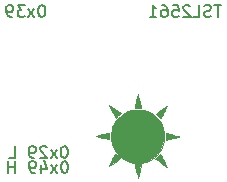
<source format=gbr>
G04 #@! TF.GenerationSoftware,KiCad,Pcbnew,(5.1.5)-3*
G04 #@! TF.CreationDate,2020-12-21T12:39:58+01:00*
G04 #@! TF.ProjectId,epimetheus_tsl2561,6570696d-6574-4686-9575-735f74736c32,rev?*
G04 #@! TF.SameCoordinates,Original*
G04 #@! TF.FileFunction,Legend,Bot*
G04 #@! TF.FilePolarity,Positive*
%FSLAX46Y46*%
G04 Gerber Fmt 4.6, Leading zero omitted, Abs format (unit mm)*
G04 Created by KiCad (PCBNEW (5.1.5)-3) date 2020-12-21 12:39:58*
%MOMM*%
%LPD*%
G04 APERTURE LIST*
%ADD10C,0.150000*%
%ADD11C,0.010000*%
G04 APERTURE END LIST*
D10*
X167409523Y-36790380D02*
X167314285Y-36790380D01*
X167219047Y-36838000D01*
X167171428Y-36885619D01*
X167123809Y-36980857D01*
X167076190Y-37171333D01*
X167076190Y-37409428D01*
X167123809Y-37599904D01*
X167171428Y-37695142D01*
X167219047Y-37742761D01*
X167314285Y-37790380D01*
X167409523Y-37790380D01*
X167504761Y-37742761D01*
X167552380Y-37695142D01*
X167600000Y-37599904D01*
X167647619Y-37409428D01*
X167647619Y-37171333D01*
X167600000Y-36980857D01*
X167552380Y-36885619D01*
X167504761Y-36838000D01*
X167409523Y-36790380D01*
X166742857Y-37790380D02*
X166219047Y-37123714D01*
X166742857Y-37123714D02*
X166219047Y-37790380D01*
X165409523Y-37123714D02*
X165409523Y-37790380D01*
X165647619Y-36742761D02*
X165885714Y-37457047D01*
X165266666Y-37457047D01*
X164838095Y-37790380D02*
X164647619Y-37790380D01*
X164552380Y-37742761D01*
X164504761Y-37695142D01*
X164409523Y-37552285D01*
X164361904Y-37361809D01*
X164361904Y-36980857D01*
X164409523Y-36885619D01*
X164457142Y-36838000D01*
X164552380Y-36790380D01*
X164742857Y-36790380D01*
X164838095Y-36838000D01*
X164885714Y-36885619D01*
X164933333Y-36980857D01*
X164933333Y-37218952D01*
X164885714Y-37314190D01*
X164838095Y-37361809D01*
X164742857Y-37409428D01*
X164552380Y-37409428D01*
X164457142Y-37361809D01*
X164409523Y-37314190D01*
X164361904Y-37218952D01*
X163171428Y-37790380D02*
X163171428Y-36790380D01*
X163171428Y-37266571D02*
X162600000Y-37266571D01*
X162600000Y-37790380D02*
X162600000Y-36790380D01*
X167392076Y-35520380D02*
X167296838Y-35520380D01*
X167201600Y-35568000D01*
X167153980Y-35615619D01*
X167106361Y-35710857D01*
X167058742Y-35901333D01*
X167058742Y-36139428D01*
X167106361Y-36329904D01*
X167153980Y-36425142D01*
X167201600Y-36472761D01*
X167296838Y-36520380D01*
X167392076Y-36520380D01*
X167487314Y-36472761D01*
X167534933Y-36425142D01*
X167582552Y-36329904D01*
X167630171Y-36139428D01*
X167630171Y-35901333D01*
X167582552Y-35710857D01*
X167534933Y-35615619D01*
X167487314Y-35568000D01*
X167392076Y-35520380D01*
X166725409Y-36520380D02*
X166201600Y-35853714D01*
X166725409Y-35853714D02*
X166201600Y-36520380D01*
X165868266Y-35615619D02*
X165820647Y-35568000D01*
X165725409Y-35520380D01*
X165487314Y-35520380D01*
X165392076Y-35568000D01*
X165344457Y-35615619D01*
X165296838Y-35710857D01*
X165296838Y-35806095D01*
X165344457Y-35948952D01*
X165915885Y-36520380D01*
X165296838Y-36520380D01*
X164820647Y-36520380D02*
X164630171Y-36520380D01*
X164534933Y-36472761D01*
X164487314Y-36425142D01*
X164392076Y-36282285D01*
X164344457Y-36091809D01*
X164344457Y-35710857D01*
X164392076Y-35615619D01*
X164439695Y-35568000D01*
X164534933Y-35520380D01*
X164725409Y-35520380D01*
X164820647Y-35568000D01*
X164868266Y-35615619D01*
X164915885Y-35710857D01*
X164915885Y-35948952D01*
X164868266Y-36044190D01*
X164820647Y-36091809D01*
X164725409Y-36139428D01*
X164534933Y-36139428D01*
X164439695Y-36091809D01*
X164392076Y-36044190D01*
X164344457Y-35948952D01*
X162677790Y-36520380D02*
X163153980Y-36520380D01*
X163153980Y-35520380D01*
X165488761Y-23582380D02*
X165393523Y-23582380D01*
X165298285Y-23630000D01*
X165250666Y-23677619D01*
X165203047Y-23772857D01*
X165155428Y-23963333D01*
X165155428Y-24201428D01*
X165203047Y-24391904D01*
X165250666Y-24487142D01*
X165298285Y-24534761D01*
X165393523Y-24582380D01*
X165488761Y-24582380D01*
X165584000Y-24534761D01*
X165631619Y-24487142D01*
X165679238Y-24391904D01*
X165726857Y-24201428D01*
X165726857Y-23963333D01*
X165679238Y-23772857D01*
X165631619Y-23677619D01*
X165584000Y-23630000D01*
X165488761Y-23582380D01*
X164822095Y-24582380D02*
X164298285Y-23915714D01*
X164822095Y-23915714D02*
X164298285Y-24582380D01*
X164012571Y-23582380D02*
X163393523Y-23582380D01*
X163726857Y-23963333D01*
X163584000Y-23963333D01*
X163488761Y-24010952D01*
X163441142Y-24058571D01*
X163393523Y-24153809D01*
X163393523Y-24391904D01*
X163441142Y-24487142D01*
X163488761Y-24534761D01*
X163584000Y-24582380D01*
X163869714Y-24582380D01*
X163964952Y-24534761D01*
X164012571Y-24487142D01*
X162917333Y-24582380D02*
X162726857Y-24582380D01*
X162631619Y-24534761D01*
X162584000Y-24487142D01*
X162488761Y-24344285D01*
X162441142Y-24153809D01*
X162441142Y-23772857D01*
X162488761Y-23677619D01*
X162536380Y-23630000D01*
X162631619Y-23582380D01*
X162822095Y-23582380D01*
X162917333Y-23630000D01*
X162964952Y-23677619D01*
X163012571Y-23772857D01*
X163012571Y-24010952D01*
X162964952Y-24106190D01*
X162917333Y-24153809D01*
X162822095Y-24201428D01*
X162631619Y-24201428D01*
X162536380Y-24153809D01*
X162488761Y-24106190D01*
X162441142Y-24010952D01*
X180617428Y-23582380D02*
X180046000Y-23582380D01*
X180331714Y-24582380D02*
X180331714Y-23582380D01*
X179760285Y-24534761D02*
X179617428Y-24582380D01*
X179379333Y-24582380D01*
X179284095Y-24534761D01*
X179236476Y-24487142D01*
X179188857Y-24391904D01*
X179188857Y-24296666D01*
X179236476Y-24201428D01*
X179284095Y-24153809D01*
X179379333Y-24106190D01*
X179569809Y-24058571D01*
X179665047Y-24010952D01*
X179712666Y-23963333D01*
X179760285Y-23868095D01*
X179760285Y-23772857D01*
X179712666Y-23677619D01*
X179665047Y-23630000D01*
X179569809Y-23582380D01*
X179331714Y-23582380D01*
X179188857Y-23630000D01*
X178284095Y-24582380D02*
X178760285Y-24582380D01*
X178760285Y-23582380D01*
X177998380Y-23677619D02*
X177950761Y-23630000D01*
X177855523Y-23582380D01*
X177617428Y-23582380D01*
X177522190Y-23630000D01*
X177474571Y-23677619D01*
X177426952Y-23772857D01*
X177426952Y-23868095D01*
X177474571Y-24010952D01*
X178046000Y-24582380D01*
X177426952Y-24582380D01*
X176522190Y-23582380D02*
X176998380Y-23582380D01*
X177046000Y-24058571D01*
X176998380Y-24010952D01*
X176903142Y-23963333D01*
X176665047Y-23963333D01*
X176569809Y-24010952D01*
X176522190Y-24058571D01*
X176474571Y-24153809D01*
X176474571Y-24391904D01*
X176522190Y-24487142D01*
X176569809Y-24534761D01*
X176665047Y-24582380D01*
X176903142Y-24582380D01*
X176998380Y-24534761D01*
X177046000Y-24487142D01*
X175617428Y-23582380D02*
X175807904Y-23582380D01*
X175903142Y-23630000D01*
X175950761Y-23677619D01*
X176046000Y-23820476D01*
X176093619Y-24010952D01*
X176093619Y-24391904D01*
X176046000Y-24487142D01*
X175998380Y-24534761D01*
X175903142Y-24582380D01*
X175712666Y-24582380D01*
X175617428Y-24534761D01*
X175569809Y-24487142D01*
X175522190Y-24391904D01*
X175522190Y-24153809D01*
X175569809Y-24058571D01*
X175617428Y-24010952D01*
X175712666Y-23963333D01*
X175903142Y-23963333D01*
X175998380Y-24010952D01*
X176046000Y-24058571D01*
X176093619Y-24153809D01*
X174569809Y-24582380D02*
X175141238Y-24582380D01*
X174855523Y-24582380D02*
X174855523Y-23582380D01*
X174950761Y-23725238D01*
X175046000Y-23820476D01*
X175141238Y-23868095D01*
D11*
G36*
X173615040Y-38173544D02*
G01*
X173627931Y-38125294D01*
X173646660Y-38050004D01*
X173670216Y-37951865D01*
X173697585Y-37835070D01*
X173727756Y-37703809D01*
X173745923Y-37623664D01*
X173873774Y-37056785D01*
X173800351Y-37044523D01*
X173752486Y-37039472D01*
X173678985Y-37035176D01*
X173590498Y-37032135D01*
X173511809Y-37030916D01*
X173416633Y-37031221D01*
X173353315Y-37033844D01*
X173317473Y-37039238D01*
X173304728Y-37047855D01*
X173305094Y-37052250D01*
X173311525Y-37074836D01*
X173325794Y-37128169D01*
X173346751Y-37207844D01*
X173373243Y-37309454D01*
X173404120Y-37428591D01*
X173438231Y-37560849D01*
X173456714Y-37632755D01*
X173491919Y-37768811D01*
X173524548Y-37892867D01*
X173553459Y-38000743D01*
X173577511Y-38088259D01*
X173595563Y-38151232D01*
X173606472Y-38185482D01*
X173609000Y-38190562D01*
X173615040Y-38173544D01*
G37*
X173615040Y-38173544D02*
X173627931Y-38125294D01*
X173646660Y-38050004D01*
X173670216Y-37951865D01*
X173697585Y-37835070D01*
X173727756Y-37703809D01*
X173745923Y-37623664D01*
X173873774Y-37056785D01*
X173800351Y-37044523D01*
X173752486Y-37039472D01*
X173678985Y-37035176D01*
X173590498Y-37032135D01*
X173511809Y-37030916D01*
X173416633Y-37031221D01*
X173353315Y-37033844D01*
X173317473Y-37039238D01*
X173304728Y-37047855D01*
X173305094Y-37052250D01*
X173311525Y-37074836D01*
X173325794Y-37128169D01*
X173346751Y-37207844D01*
X173373243Y-37309454D01*
X173404120Y-37428591D01*
X173438231Y-37560849D01*
X173456714Y-37632755D01*
X173491919Y-37768811D01*
X173524548Y-37892867D01*
X173553459Y-38000743D01*
X173577511Y-38088259D01*
X173595563Y-38151232D01*
X173606472Y-38185482D01*
X173609000Y-38190562D01*
X173615040Y-38173544D01*
G36*
X176007882Y-37260514D02*
G01*
X176003151Y-37238471D01*
X175985452Y-37193706D01*
X175953947Y-37124379D01*
X175907799Y-37028650D01*
X175846172Y-36904679D01*
X175768229Y-36750627D01*
X175766213Y-36746668D01*
X175700549Y-36617699D01*
X175640361Y-36499502D01*
X175587569Y-36395842D01*
X175544089Y-36310485D01*
X175511842Y-36247196D01*
X175492744Y-36209743D01*
X175488209Y-36200882D01*
X175474954Y-36211284D01*
X175439543Y-36242075D01*
X175386602Y-36289154D01*
X175320756Y-36348425D01*
X175280649Y-36384796D01*
X175209339Y-36450155D01*
X175148392Y-36507022D01*
X175102509Y-36550931D01*
X175076393Y-36577414D01*
X175072172Y-36582866D01*
X175085688Y-36595062D01*
X175124459Y-36625330D01*
X175184263Y-36670582D01*
X175260878Y-36727729D01*
X175350082Y-36793686D01*
X175447650Y-36865363D01*
X175549362Y-36939674D01*
X175650995Y-37013531D01*
X175748326Y-37083846D01*
X175837133Y-37147531D01*
X175913194Y-37201500D01*
X175972285Y-37242664D01*
X176000481Y-37261675D01*
X176007882Y-37260514D01*
G37*
X176007882Y-37260514D02*
X176003151Y-37238471D01*
X175985452Y-37193706D01*
X175953947Y-37124379D01*
X175907799Y-37028650D01*
X175846172Y-36904679D01*
X175768229Y-36750627D01*
X175766213Y-36746668D01*
X175700549Y-36617699D01*
X175640361Y-36499502D01*
X175587569Y-36395842D01*
X175544089Y-36310485D01*
X175511842Y-36247196D01*
X175492744Y-36209743D01*
X175488209Y-36200882D01*
X175474954Y-36211284D01*
X175439543Y-36242075D01*
X175386602Y-36289154D01*
X175320756Y-36348425D01*
X175280649Y-36384796D01*
X175209339Y-36450155D01*
X175148392Y-36507022D01*
X175102509Y-36550931D01*
X175076393Y-36577414D01*
X175072172Y-36582866D01*
X175085688Y-36595062D01*
X175124459Y-36625330D01*
X175184263Y-36670582D01*
X175260878Y-36727729D01*
X175350082Y-36793686D01*
X175447650Y-36865363D01*
X175549362Y-36939674D01*
X175650995Y-37013531D01*
X175748326Y-37083846D01*
X175837133Y-37147531D01*
X175913194Y-37201500D01*
X175972285Y-37242664D01*
X176000481Y-37261675D01*
X176007882Y-37260514D01*
G36*
X171561595Y-36919599D02*
G01*
X171676552Y-36836960D01*
X171782983Y-36759997D01*
X171877023Y-36691543D01*
X171954802Y-36634428D01*
X172012455Y-36591485D01*
X172046112Y-36565546D01*
X172052282Y-36560289D01*
X172062473Y-36547319D01*
X172063114Y-36532273D01*
X172050833Y-36510952D01*
X172022257Y-36479160D01*
X171974014Y-36432699D01*
X171902732Y-36367373D01*
X171882698Y-36349214D01*
X171811675Y-36285315D01*
X171750094Y-36230686D01*
X171702968Y-36189713D01*
X171675308Y-36166783D01*
X171670487Y-36163497D01*
X171659740Y-36178025D01*
X171634615Y-36221242D01*
X171597098Y-36289451D01*
X171549175Y-36378953D01*
X171492831Y-36486050D01*
X171430050Y-36607045D01*
X171380167Y-36704235D01*
X171101691Y-37249261D01*
X171561595Y-36919599D01*
G37*
X171561595Y-36919599D02*
X171676552Y-36836960D01*
X171782983Y-36759997D01*
X171877023Y-36691543D01*
X171954802Y-36634428D01*
X172012455Y-36591485D01*
X172046112Y-36565546D01*
X172052282Y-36560289D01*
X172062473Y-36547319D01*
X172063114Y-36532273D01*
X172050833Y-36510952D01*
X172022257Y-36479160D01*
X171974014Y-36432699D01*
X171902732Y-36367373D01*
X171882698Y-36349214D01*
X171811675Y-36285315D01*
X171750094Y-36230686D01*
X171702968Y-36189713D01*
X171675308Y-36166783D01*
X171670487Y-36163497D01*
X171659740Y-36178025D01*
X171634615Y-36221242D01*
X171597098Y-36289451D01*
X171549175Y-36378953D01*
X171492831Y-36486050D01*
X171430050Y-36607045D01*
X171380167Y-36704235D01*
X171101691Y-37249261D01*
X171561595Y-36919599D01*
G36*
X175972107Y-34992902D02*
G01*
X175994892Y-34986903D01*
X176048568Y-34974007D01*
X176128619Y-34955260D01*
X176230531Y-34931708D01*
X176349788Y-34904399D01*
X176481876Y-34874379D01*
X176539071Y-34861445D01*
X176674584Y-34830586D01*
X176798607Y-34801848D01*
X176906726Y-34776292D01*
X176994533Y-34754980D01*
X177057614Y-34738973D01*
X177091559Y-34729332D01*
X177096081Y-34727424D01*
X177082368Y-34720383D01*
X177037530Y-34705626D01*
X176965625Y-34684306D01*
X176870713Y-34657577D01*
X176756853Y-34626594D01*
X176628104Y-34592511D01*
X176551795Y-34572701D01*
X176414614Y-34537267D01*
X176288278Y-34504510D01*
X176177197Y-34475582D01*
X176085777Y-34451635D01*
X176018427Y-34433823D01*
X175979556Y-34423299D01*
X175972107Y-34421105D01*
X175963294Y-34426109D01*
X175956933Y-34450891D01*
X175952714Y-34499390D01*
X175950323Y-34575544D01*
X175949449Y-34683290D01*
X175949428Y-34707286D01*
X175950048Y-34821266D01*
X175952117Y-34902921D01*
X175955948Y-34956191D01*
X175961854Y-34985018D01*
X175970148Y-34993344D01*
X175972107Y-34992902D01*
G37*
X175972107Y-34992902D02*
X175994892Y-34986903D01*
X176048568Y-34974007D01*
X176128619Y-34955260D01*
X176230531Y-34931708D01*
X176349788Y-34904399D01*
X176481876Y-34874379D01*
X176539071Y-34861445D01*
X176674584Y-34830586D01*
X176798607Y-34801848D01*
X176906726Y-34776292D01*
X176994533Y-34754980D01*
X177057614Y-34738973D01*
X177091559Y-34729332D01*
X177096081Y-34727424D01*
X177082368Y-34720383D01*
X177037530Y-34705626D01*
X176965625Y-34684306D01*
X176870713Y-34657577D01*
X176756853Y-34626594D01*
X176628104Y-34592511D01*
X176551795Y-34572701D01*
X176414614Y-34537267D01*
X176288278Y-34504510D01*
X176177197Y-34475582D01*
X176085777Y-34451635D01*
X176018427Y-34433823D01*
X175979556Y-34423299D01*
X175972107Y-34421105D01*
X175963294Y-34426109D01*
X175956933Y-34450891D01*
X175952714Y-34499390D01*
X175950323Y-34575544D01*
X175949449Y-34683290D01*
X175949428Y-34707286D01*
X175950048Y-34821266D01*
X175952117Y-34902921D01*
X175955948Y-34956191D01*
X175961854Y-34985018D01*
X175970148Y-34993344D01*
X175972107Y-34992902D01*
G36*
X171168912Y-34925694D02*
G01*
X171172886Y-34878636D01*
X171175873Y-34807601D01*
X171177576Y-34718745D01*
X171177857Y-34661928D01*
X171177129Y-34549188D01*
X171174733Y-34468780D01*
X171170350Y-34416773D01*
X171163662Y-34389238D01*
X171155178Y-34382144D01*
X171132661Y-34386889D01*
X171079381Y-34399677D01*
X170999689Y-34419417D01*
X170897939Y-34445017D01*
X170778484Y-34475384D01*
X170645678Y-34509425D01*
X170563788Y-34530541D01*
X169995077Y-34677509D01*
X170572860Y-34809805D01*
X170712528Y-34841709D01*
X170840862Y-34870876D01*
X170953589Y-34896348D01*
X171046438Y-34917165D01*
X171115136Y-34932367D01*
X171155411Y-34940995D01*
X171164250Y-34942622D01*
X171168912Y-34925694D01*
G37*
X171168912Y-34925694D02*
X171172886Y-34878636D01*
X171175873Y-34807601D01*
X171177576Y-34718745D01*
X171177857Y-34661928D01*
X171177129Y-34549188D01*
X171174733Y-34468780D01*
X171170350Y-34416773D01*
X171163662Y-34389238D01*
X171155178Y-34382144D01*
X171132661Y-34386889D01*
X171079381Y-34399677D01*
X170999689Y-34419417D01*
X170897939Y-34445017D01*
X170778484Y-34475384D01*
X170645678Y-34509425D01*
X170563788Y-34530541D01*
X169995077Y-34677509D01*
X170572860Y-34809805D01*
X170712528Y-34841709D01*
X170840862Y-34870876D01*
X170953589Y-34896348D01*
X171046438Y-34917165D01*
X171115136Y-34932367D01*
X171155411Y-34940995D01*
X171164250Y-34942622D01*
X171168912Y-34925694D01*
G36*
X173917383Y-36934966D02*
G01*
X174116359Y-36898191D01*
X174309702Y-36840208D01*
X174506381Y-36759298D01*
X174531019Y-36747784D01*
X174779114Y-36611388D01*
X175003492Y-36449614D01*
X175203231Y-36265184D01*
X175377409Y-36060821D01*
X175525102Y-35839247D01*
X175645388Y-35603185D01*
X175737344Y-35355357D01*
X175800048Y-35098487D01*
X175832578Y-34835296D01*
X175834010Y-34568507D01*
X175803422Y-34300843D01*
X175739892Y-34035026D01*
X175642496Y-33773778D01*
X175581670Y-33647373D01*
X175436648Y-33406704D01*
X175263670Y-33187521D01*
X175065371Y-32991790D01*
X174844385Y-32821480D01*
X174603346Y-32678558D01*
X174344890Y-32564992D01*
X174071649Y-32482750D01*
X174002200Y-32467490D01*
X173894996Y-32450792D01*
X173765754Y-32438579D01*
X173626608Y-32431312D01*
X173489694Y-32429447D01*
X173367147Y-32433445D01*
X173291500Y-32440630D01*
X173009295Y-32496653D01*
X172740397Y-32584827D01*
X172487135Y-32703247D01*
X172251835Y-32850006D01*
X172036827Y-33023198D01*
X171844439Y-33220917D01*
X171676999Y-33441257D01*
X171536834Y-33682310D01*
X171426274Y-33942172D01*
X171414004Y-33977814D01*
X171349868Y-34220406D01*
X171313193Y-34477849D01*
X171303981Y-34741877D01*
X171322234Y-35004225D01*
X171367956Y-35256628D01*
X171413553Y-35414857D01*
X171520481Y-35676405D01*
X171658419Y-35921383D01*
X171824850Y-36147098D01*
X172017256Y-36350855D01*
X172233119Y-36529961D01*
X172469922Y-36681722D01*
X172702767Y-36794318D01*
X172868391Y-36856335D01*
X173027547Y-36900877D01*
X173192291Y-36930431D01*
X173374681Y-36947481D01*
X173466649Y-36951769D01*
X173703802Y-36952252D01*
X173917383Y-36934966D01*
G37*
X173917383Y-36934966D02*
X174116359Y-36898191D01*
X174309702Y-36840208D01*
X174506381Y-36759298D01*
X174531019Y-36747784D01*
X174779114Y-36611388D01*
X175003492Y-36449614D01*
X175203231Y-36265184D01*
X175377409Y-36060821D01*
X175525102Y-35839247D01*
X175645388Y-35603185D01*
X175737344Y-35355357D01*
X175800048Y-35098487D01*
X175832578Y-34835296D01*
X175834010Y-34568507D01*
X175803422Y-34300843D01*
X175739892Y-34035026D01*
X175642496Y-33773778D01*
X175581670Y-33647373D01*
X175436648Y-33406704D01*
X175263670Y-33187521D01*
X175065371Y-32991790D01*
X174844385Y-32821480D01*
X174603346Y-32678558D01*
X174344890Y-32564992D01*
X174071649Y-32482750D01*
X174002200Y-32467490D01*
X173894996Y-32450792D01*
X173765754Y-32438579D01*
X173626608Y-32431312D01*
X173489694Y-32429447D01*
X173367147Y-32433445D01*
X173291500Y-32440630D01*
X173009295Y-32496653D01*
X172740397Y-32584827D01*
X172487135Y-32703247D01*
X172251835Y-32850006D01*
X172036827Y-33023198D01*
X171844439Y-33220917D01*
X171676999Y-33441257D01*
X171536834Y-33682310D01*
X171426274Y-33942172D01*
X171414004Y-33977814D01*
X171349868Y-34220406D01*
X171313193Y-34477849D01*
X171303981Y-34741877D01*
X171322234Y-35004225D01*
X171367956Y-35256628D01*
X171413553Y-35414857D01*
X171520481Y-35676405D01*
X171658419Y-35921383D01*
X171824850Y-36147098D01*
X172017256Y-36350855D01*
X172233119Y-36529961D01*
X172469922Y-36681722D01*
X172702767Y-36794318D01*
X172868391Y-36856335D01*
X173027547Y-36900877D01*
X173192291Y-36930431D01*
X173374681Y-36947481D01*
X173466649Y-36951769D01*
X173703802Y-36952252D01*
X173917383Y-36934966D01*
G36*
X175516473Y-33149175D02*
G01*
X175541867Y-33106245D01*
X175578716Y-33040217D01*
X175624628Y-32955692D01*
X175677208Y-32857272D01*
X175734063Y-32749558D01*
X175792801Y-32637151D01*
X175851027Y-32524653D01*
X175906349Y-32416665D01*
X175956372Y-32317788D01*
X175998705Y-32232623D01*
X176030953Y-32165772D01*
X176050723Y-32121836D01*
X176055726Y-32105474D01*
X176040003Y-32114402D01*
X175998413Y-32142182D01*
X175934463Y-32186360D01*
X175851657Y-32244481D01*
X175753499Y-32314092D01*
X175643496Y-32392737D01*
X175570163Y-32445477D01*
X175091112Y-32790768D01*
X175288948Y-32977226D01*
X175359347Y-33042534D01*
X175421191Y-33097953D01*
X175469410Y-33139090D01*
X175498935Y-33161550D01*
X175504928Y-33164406D01*
X175516473Y-33149175D01*
G37*
X175516473Y-33149175D02*
X175541867Y-33106245D01*
X175578716Y-33040217D01*
X175624628Y-32955692D01*
X175677208Y-32857272D01*
X175734063Y-32749558D01*
X175792801Y-32637151D01*
X175851027Y-32524653D01*
X175906349Y-32416665D01*
X175956372Y-32317788D01*
X175998705Y-32232623D01*
X176030953Y-32165772D01*
X176050723Y-32121836D01*
X176055726Y-32105474D01*
X176040003Y-32114402D01*
X175998413Y-32142182D01*
X175934463Y-32186360D01*
X175851657Y-32244481D01*
X175753499Y-32314092D01*
X175643496Y-32392737D01*
X175570163Y-32445477D01*
X175091112Y-32790768D01*
X175288948Y-32977226D01*
X175359347Y-33042534D01*
X175421191Y-33097953D01*
X175469410Y-33139090D01*
X175498935Y-33161550D01*
X175504928Y-33164406D01*
X175516473Y-33149175D01*
G36*
X171754888Y-33075412D02*
G01*
X171796258Y-33039805D01*
X171854975Y-32987066D01*
X171922214Y-32925197D01*
X171970790Y-32879640D01*
X172119652Y-32738786D01*
X171140998Y-32040448D01*
X171414423Y-32585388D01*
X171687848Y-33130329D01*
X171754888Y-33075412D01*
G37*
X171754888Y-33075412D02*
X171796258Y-33039805D01*
X171854975Y-32987066D01*
X171922214Y-32925197D01*
X171970790Y-32879640D01*
X172119652Y-32738786D01*
X171140998Y-32040448D01*
X171414423Y-32585388D01*
X171687848Y-33130329D01*
X171754888Y-33075412D01*
G36*
X173448769Y-32292004D02*
G01*
X173538590Y-32291094D01*
X173593200Y-32290223D01*
X173872787Y-32285214D01*
X173727008Y-31719484D01*
X173691354Y-31581931D01*
X173658277Y-31455874D01*
X173628922Y-31345557D01*
X173604435Y-31255219D01*
X173585959Y-31189104D01*
X173574639Y-31151452D01*
X173571807Y-31144331D01*
X173565703Y-31159020D01*
X173552751Y-31205062D01*
X173533954Y-31278383D01*
X173510318Y-31374912D01*
X173482846Y-31490574D01*
X173452543Y-31621298D01*
X173432456Y-31709527D01*
X173401263Y-31848372D01*
X173373095Y-31975474D01*
X173348854Y-32086625D01*
X173329443Y-32177618D01*
X173315764Y-32244245D01*
X173308718Y-32282298D01*
X173308071Y-32289690D01*
X173327160Y-32291290D01*
X173376176Y-32292066D01*
X173448769Y-32292004D01*
G37*
X173448769Y-32292004D02*
X173538590Y-32291094D01*
X173593200Y-32290223D01*
X173872787Y-32285214D01*
X173727008Y-31719484D01*
X173691354Y-31581931D01*
X173658277Y-31455874D01*
X173628922Y-31345557D01*
X173604435Y-31255219D01*
X173585959Y-31189104D01*
X173574639Y-31151452D01*
X173571807Y-31144331D01*
X173565703Y-31159020D01*
X173552751Y-31205062D01*
X173533954Y-31278383D01*
X173510318Y-31374912D01*
X173482846Y-31490574D01*
X173452543Y-31621298D01*
X173432456Y-31709527D01*
X173401263Y-31848372D01*
X173373095Y-31975474D01*
X173348854Y-32086625D01*
X173329443Y-32177618D01*
X173315764Y-32244245D01*
X173308718Y-32282298D01*
X173308071Y-32289690D01*
X173327160Y-32291290D01*
X173376176Y-32292066D01*
X173448769Y-32292004D01*
M02*

</source>
